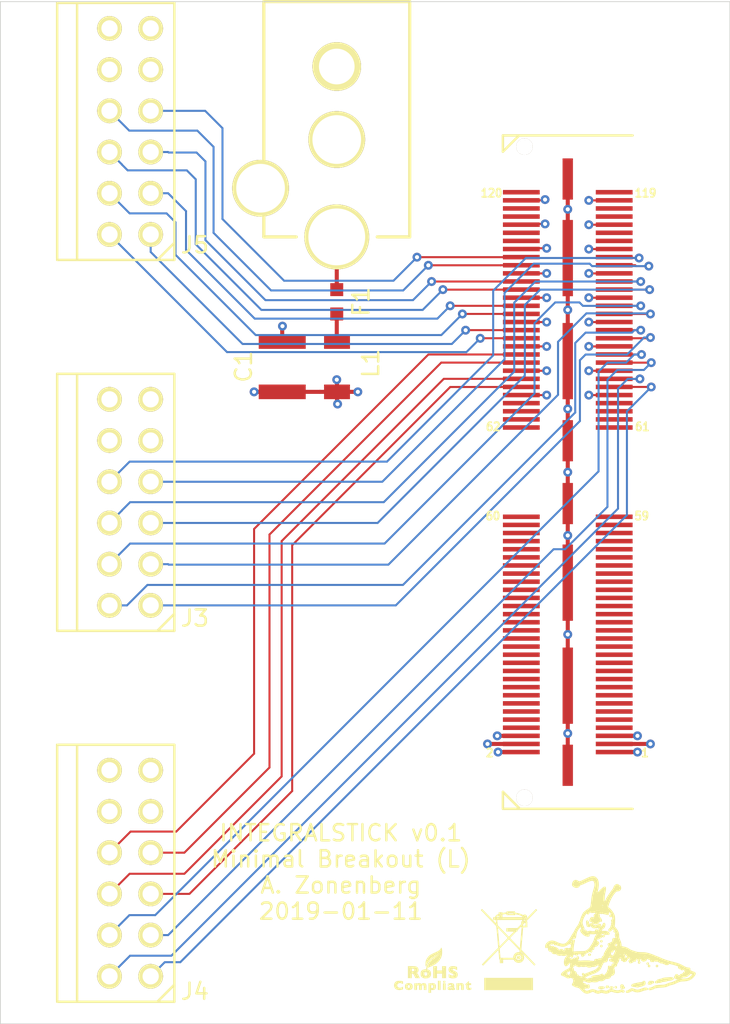
<source format=kicad_pcb>
(kicad_pcb (version 20171130) (host pcbnew "(6.0.0-rc1-dev-1427-g10887868d)")
  (layers (0 F.Cu signal) (1 In1.Cu signal) (2 In2.Cu signal) (31 B.Cu signal) (34 B.Paste user) (35 F.Paste user) (36 B.SilkS user) (37 F.SilkS user) (38 B.Mask user) (39 F.Mask user) (44 Edge.Cuts user))
  (net 0 "")
  (net 1 /5V0_UNFUSED)
  (net 2 /5V0_FUSED)
  (net 3 /GND)
  (net 4 /3V3)
  (net 5 /PMOD0_DQ6)
  (net 6 /PMOD0_DQ5)
  (net 7 /PMOD0_DQ4)
  (net 8 /PMOD0_DQ0)
  (net 9 /PMOD0_DQ1)
  (net 10 /PMOD0_DQ2)
  (net 11 /PMOD0_DQ7)
  (net 12 /PMOD0_DQ3)
  (net 13 /5V0)
  (net 14 /PMOD1_DQ6)
  (net 15 /PMOD1_DQ7)
  (net 16 /PMOD2_DQ0)
  (net 17 /PMOD2_DQ1)
  (net 18 /PMOD1_DQ4)
  (net 19 /PMOD1_DQ5)
  (net 20 /PMOD2_DQ4)
  (net 21 /PMOD2_DQ5)
  (net 22 /PMOD2_DQ2)
  (net 23 /PMOD2_DQ3)
  (net 24 /PMOD2_DQ6)
  (net 25 /PMOD2_DQ7)
  (net 26 /PMOD1_DQ0)
  (net 27 /PMOD1_DQ1)
  (net 28 /PMOD1_DQ2)
  (net 29 /PMOD1_DQ3)
  (module azonenberg_pcb:EIA_1210_CAP_NOSILK (layer F.Cu) (at 67.4 58.5 270)
    (fp_text reference C1 (at 0 2.4 270) (layer F.SilkS))
    (fp_text value "47 uF" hide)
    (pad 2 smd rect (at 1.55 0.01493 270) (size 0.9 2.9) (layers F.Cu F.Paste F.Mask) (net 13 /5V0))
    (pad 1 smd rect (at -1.55 0.01493 270) (size 0.9 2.9) (layers F.Cu F.Paste F.Mask) (net 3 /GND))
  )
  (module azonenberg_pcb:CONN_HEADER_2.54MM_2x6_RA_PMOD_HOST (layer F.Cu) (at 58 89.72 270)
    (fp_text reference J4 (at 7.28 -4) (layer F.SilkS))
    (fp_text value PMOD_HOST)
    (pad 4 thru_hole circle (at -1.27 -1.27 270) (size 1.524 1.524) (drill 1) (layers *.Cu *.Mask F.SilkS) (net 29 /PMOD1_DQ3))
    (pad 10 thru_hole circle (at -1.27 1.27 270) (size 1.524 1.524) (drill 1) (layers *.Cu *.Mask F.SilkS) (net 15 /PMOD1_DQ7))
    (pad 3 thru_hole circle (at 1.27 -1.27 270) (size 1.524 1.524) (drill 1) (layers *.Cu *.Mask F.SilkS) (net 28 /PMOD1_DQ2))
    (pad 2 thru_hole circle (at 3.81 -1.27 270) (size 1.524 1.524) (drill 1) (layers *.Cu *.Mask F.SilkS) (net 27 /PMOD1_DQ1))
    (pad 1 thru_hole circle (at 6.35 -1.27 270) (size 1.524 1.524) (drill 1) (layers *.Cu *.Mask F.SilkS) (net 26 /PMOD1_DQ0))
    (pad 7 thru_hole circle (at 6.35 1.27 270) (size 1.524 1.524) (drill 1) (layers *.Cu *.Mask F.SilkS) (net 18 /PMOD1_DQ4))
    (pad 8 thru_hole circle (at 3.81 1.27 270) (size 1.524 1.524) (drill 1) (layers *.Cu *.Mask F.SilkS) (net 19 /PMOD1_DQ5))
    (pad 9 thru_hole circle (at 1.27 1.27 270) (size 1.524 1.524) (drill 1) (layers *.Cu *.Mask F.SilkS) (net 14 /PMOD1_DQ6))
    (pad 12 thru_hole circle (at -6.35 1.27 270) (size 1.524 1.524) (drill 1) (layers *.Cu *.Mask F.SilkS) (net 4 /3V3))
    (pad 11 thru_hole circle (at -3.81 1.27 270) (size 1.524 1.524) (drill 1) (layers *.Cu *.Mask F.SilkS) (net 3 /GND))
    (pad 5 thru_hole circle (at -3.81 -1.27 270) (size 1.524 1.524) (drill 1) (layers *.Cu *.Mask F.SilkS) (net 3 /GND))
    (pad 6 thru_hole circle (at -6.35 -1.27 270) (size 1.524 1.524) (drill 1) (layers *.Cu *.Mask F.SilkS) (net 4 /3V3))
  )
  (module azonenberg_pcb:CONN_HEADER_2.54MM_2x6_RA_PMOD_HOST (layer F.Cu) (at 58 66.86 270)
    (fp_text reference J3 (at 7.14 -4) (layer F.SilkS))
    (fp_text value PMOD_HOST)
    (pad 4 thru_hole circle (at -1.27 -1.27 270) (size 1.524 1.524) (drill 1) (layers *.Cu *.Mask F.SilkS) (net 12 /PMOD0_DQ3))
    (pad 10 thru_hole circle (at -1.27 1.27 270) (size 1.524 1.524) (drill 1) (layers *.Cu *.Mask F.SilkS) (net 11 /PMOD0_DQ7))
    (pad 3 thru_hole circle (at 1.27 -1.27 270) (size 1.524 1.524) (drill 1) (layers *.Cu *.Mask F.SilkS) (net 10 /PMOD0_DQ2))
    (pad 2 thru_hole circle (at 3.81 -1.27 270) (size 1.524 1.524) (drill 1) (layers *.Cu *.Mask F.SilkS) (net 9 /PMOD0_DQ1))
    (pad 1 thru_hole circle (at 6.35 -1.27 270) (size 1.524 1.524) (drill 1) (layers *.Cu *.Mask F.SilkS) (net 8 /PMOD0_DQ0))
    (pad 7 thru_hole circle (at 6.35 1.27 270) (size 1.524 1.524) (drill 1) (layers *.Cu *.Mask F.SilkS) (net 7 /PMOD0_DQ4))
    (pad 8 thru_hole circle (at 3.81 1.27 270) (size 1.524 1.524) (drill 1) (layers *.Cu *.Mask F.SilkS) (net 6 /PMOD0_DQ5))
    (pad 9 thru_hole circle (at 1.27 1.27 270) (size 1.524 1.524) (drill 1) (layers *.Cu *.Mask F.SilkS) (net 5 /PMOD0_DQ6))
    (pad 12 thru_hole circle (at -6.35 1.27 270) (size 1.524 1.524) (drill 1) (layers *.Cu *.Mask F.SilkS) (net 4 /3V3))
    (pad 11 thru_hole circle (at -3.81 1.27 270) (size 1.524 1.524) (drill 1) (layers *.Cu *.Mask F.SilkS) (net 3 /GND))
    (pad 5 thru_hole circle (at -3.81 -1.27 270) (size 1.524 1.524) (drill 1) (layers *.Cu *.Mask F.SilkS) (net 3 /GND))
    (pad 6 thru_hole circle (at -6.35 -1.27 270) (size 1.524 1.524) (drill 1) (layers *.Cu *.Mask F.SilkS) (net 4 /3V3))
  )
  (module azonenberg_pcb:CONN_SAMTEC_QSH-060-01-L-D-A (layer F.Cu) (at 85 65 180)
    (fp_text reference J2 hide)
    (fp_text value CONN_INTEGRALSTICK_FPGA_HOST hide)
    (fp_text user 119 (at -4.8 17.2 180) (layer F.SilkS) (effects (font (size 0.508 0.457) (thickness 0.11425))))
    (fp_text user 120 (at 4.7 17.2 180) (layer F.SilkS) (effects (font (size 0.508 0.457) (thickness 0.11425))))
    (fp_text user 62 (at 4.6 2.8 180) (layer F.SilkS) (effects (font (size 0.508 0.457) (thickness 0.11425))))
    (fp_text user 61 (at -4.6 2.8 180) (layer F.SilkS) (effects (font (size 0.508 0.457) (thickness 0.11425))))
    (fp_text user 1 (at -4.765 -17.3 180) (layer F.SilkS) (effects (font (size 0.508 0.457) (thickness 0.11425))))
    (fp_text user 2 (at 4.815 -17.3 180) (layer F.SilkS) (effects (font (size 0.508 0.457) (thickness 0.11425))))
    (fp_text user 60 (at 4.615 -2.7 180) (layer F.SilkS) (effects (font (size 0.508 0.457) (thickness 0.11425))))
    (fp_text user 59 (at -4.565 -2.7 180) (layer F.SilkS) (effects (font (size 0.508 0.457) (thickness 0.11425))))
    (pad 65 smd rect (at -2.865 3.753 180) (size 2.27 0.279) (layers F.Cu F.Paste F.Mask))
    (pad 66 smd rect (at 2.865 3.753 180) (size 2.27 0.279) (layers F.Cu F.Paste F.Mask))
    (pad 73 smd rect (at -2.865 5.753 180) (size 2.27 0.279) (layers F.Cu F.Paste F.Mask) (net 18 /PMOD1_DQ4))
    (pad 74 smd rect (at 2.865 5.753 180) (size 2.27 0.279) (layers F.Cu F.Paste F.Mask) (net 14 /PMOD1_DQ6))
    (pad 67 smd rect (at -2.865 4.253 180) (size 2.27 0.279) (layers F.Cu F.Paste F.Mask))
    (pad 68 smd rect (at 2.865 4.253 180) (size 2.27 0.279) (layers F.Cu F.Paste F.Mask))
    (pad 69 smd rect (at -2.865 4.753 180) (size 2.27 0.279) (layers F.Cu F.Paste F.Mask) (net 4 /3V3))
    (pad 70 smd rect (at 2.865 4.753 180) (size 2.27 0.279) (layers F.Cu F.Paste F.Mask) (net 4 /3V3))
    (pad 120 smd rect (at 2.865 17.253 180) (size 2.27 0.279) (layers F.Cu F.Paste F.Mask))
    (pad 128 smd rect (at 0 18.068 180) (size 0.64 2.54) (layers F.Cu F.Paste F.Mask) (net 3 /GND))
    (pad 125 smd rect (at 0 1.938 180) (size 0.64 2.54) (layers F.Cu F.Paste F.Mask) (net 3 /GND))
    (pad 79 smd rect (at -2.865 7.253 180) (size 2.27 0.279) (layers F.Cu F.Paste F.Mask) (net 19 /PMOD1_DQ5))
    (pad 80 smd rect (at 2.865 7.253 180) (size 2.27 0.279) (layers F.Cu F.Paste F.Mask) (net 15 /PMOD1_DQ7))
    (pad 91 smd rect (at -2.865 10.253 180) (size 2.27 0.279) (layers F.Cu F.Paste F.Mask) (net 6 /PMOD0_DQ5))
    (pad 92 smd rect (at 2.865 10.253 180) (size 2.27 0.279) (layers F.Cu F.Paste F.Mask) (net 17 /PMOD2_DQ1))
    (pad 93 smd rect (at -2.865 10.753 180) (size 2.27 0.279) (layers F.Cu F.Paste F.Mask) (net 4 /3V3))
    (pad 94 smd rect (at 2.865 10.753 180) (size 2.27 0.279) (layers F.Cu F.Paste F.Mask) (net 4 /3V3))
    (pad 119 smd rect (at -2.865 17.253 180) (size 2.27 0.279) (layers F.Cu F.Paste F.Mask))
    (pad 127 smd rect (at 0 13.194 180) (size 0.64 4.7) (layers F.Cu F.Paste F.Mask) (net 3 /GND))
    (pad 126 smd rect (at 0 6.844 180) (size 0.64 4.7) (layers F.Cu F.Paste F.Mask) (net 3 /GND))
    (pad 95 smd rect (at -2.865 11.253 180) (size 2.27 0.279) (layers F.Cu F.Paste F.Mask) (net 10 /PMOD0_DQ2))
    (pad 96 smd rect (at 2.865 11.253 180) (size 2.27 0.279) (layers F.Cu F.Paste F.Mask) (net 24 /PMOD2_DQ6))
    (pad 63 smd rect (at -2.865 3.253 180) (size 2.27 0.279) (layers F.Cu F.Paste F.Mask))
    (pad 64 smd rect (at 2.865 3.253 180) (size 2.27 0.279) (layers F.Cu F.Paste F.Mask))
    (pad 71 smd rect (at -2.865 5.253 180) (size 2.27 0.279) (layers F.Cu F.Paste F.Mask) (net 26 /PMOD1_DQ0))
    (pad 72 smd rect (at 2.865 5.253 180) (size 2.27 0.279) (layers F.Cu F.Paste F.Mask) (net 28 /PMOD1_DQ2))
    (pad 62 smd rect (at 2.865 2.753 180) (size 2.27 0.279) (layers F.Cu F.Paste F.Mask))
    (pad 89 smd rect (at -2.865 9.753 180) (size 2.27 0.279) (layers F.Cu F.Paste F.Mask) (net 9 /PMOD0_DQ1))
    (pad 90 smd rect (at 2.865 9.753 180) (size 2.27 0.279) (layers F.Cu F.Paste F.Mask) (net 21 /PMOD2_DQ5))
    (pad 75 smd rect (at -2.865 6.253 180) (size 2.27 0.279) (layers F.Cu F.Paste F.Mask) (net 4 /3V3))
    (pad 76 smd rect (at 2.865 6.253 180) (size 2.27 0.279) (layers F.Cu F.Paste F.Mask) (net 4 /3V3))
    (pad 115 smd rect (at -2.865 16.253 180) (size 2.27 0.279) (layers F.Cu F.Paste F.Mask))
    (pad 116 smd rect (at 2.865 16.253 180) (size 2.27 0.279) (layers F.Cu F.Paste F.Mask))
    (pad 87 smd rect (at -2.865 9.253 180) (size 2.27 0.279) (layers F.Cu F.Paste F.Mask) (net 4 /3V3))
    (pad 88 smd rect (at 2.865 9.253 180) (size 2.27 0.279) (layers F.Cu F.Paste F.Mask) (net 4 /3V3))
    (pad 111 smd rect (at -2.865 15.253 180) (size 2.27 0.279) (layers F.Cu F.Paste F.Mask) (net 4 /3V3))
    (pad 112 smd rect (at 2.865 15.253 180) (size 2.27 0.279) (layers F.Cu F.Paste F.Mask) (net 4 /3V3))
    (pad 117 smd rect (at -2.865 16.753 180) (size 2.27 0.279) (layers F.Cu F.Paste F.Mask) (net 4 /3V3))
    (pad 118 smd rect (at 2.865 16.753 180) (size 2.27 0.279) (layers F.Cu F.Paste F.Mask) (net 4 /3V3))
    (pad 61 smd rect (at -2.865 2.753 180) (size 2.27 0.279) (layers F.Cu F.Paste F.Mask))
    (pad 109 smd rect (at -2.865 14.753 180) (size 2.27 0.279) (layers F.Cu F.Paste F.Mask))
    (pad 110 smd rect (at 2.865 14.753 180) (size 2.27 0.279) (layers F.Cu F.Paste F.Mask))
    (pad 107 smd rect (at -2.865 14.253 180) (size 2.27 0.279) (layers F.Cu F.Paste F.Mask))
    (pad 108 smd rect (at 2.865 14.253 180) (size 2.27 0.279) (layers F.Cu F.Paste F.Mask))
    (pad 101 smd rect (at -2.865 12.753 180) (size 2.27 0.279) (layers F.Cu F.Paste F.Mask) (net 12 /PMOD0_DQ3))
    (pad 102 smd rect (at 2.865 12.753 180) (size 2.27 0.279) (layers F.Cu F.Paste F.Mask) (net 25 /PMOD2_DQ7))
    (pad 97 smd rect (at -2.865 11.753 180) (size 2.27 0.279) (layers F.Cu F.Paste F.Mask) (net 5 /PMOD0_DQ6))
    (pad 98 smd rect (at 2.865 11.753 180) (size 2.27 0.279) (layers F.Cu F.Paste F.Mask) (net 22 /PMOD2_DQ2))
    (pad 77 smd rect (at -2.865 6.753 180) (size 2.27 0.279) (layers F.Cu F.Paste F.Mask) (net 27 /PMOD1_DQ1))
    (pad 78 smd rect (at 2.865 6.753 180) (size 2.27 0.279) (layers F.Cu F.Paste F.Mask) (net 29 /PMOD1_DQ3))
    (pad 103 smd rect (at -2.865 13.253 180) (size 2.27 0.279) (layers F.Cu F.Paste F.Mask) (net 11 /PMOD0_DQ7))
    (pad 104 smd rect (at 2.865 13.253 180) (size 2.27 0.279) (layers F.Cu F.Paste F.Mask) (net 23 /PMOD2_DQ3))
    (pad 83 smd rect (at -2.865 8.253 180) (size 2.27 0.279) (layers F.Cu F.Paste F.Mask) (net 8 /PMOD0_DQ0))
    (pad 84 smd rect (at 2.865 8.253 180) (size 2.27 0.279) (layers F.Cu F.Paste F.Mask) (net 20 /PMOD2_DQ4))
    (pad 81 smd rect (at -2.865 7.753 180) (size 2.27 0.279) (layers F.Cu F.Paste F.Mask) (net 4 /3V3))
    (pad 82 smd rect (at 2.865 7.753 180) (size 2.27 0.279) (layers F.Cu F.Paste F.Mask) (net 4 /3V3))
    (pad 105 smd rect (at -2.865 13.753 180) (size 2.27 0.279) (layers F.Cu F.Paste F.Mask) (net 4 /3V3))
    (pad 106 smd rect (at 2.865 13.753 180) (size 2.27 0.279) (layers F.Cu F.Paste F.Mask) (net 4 /3V3))
    (pad 85 smd rect (at -2.865 8.753 180) (size 2.27 0.279) (layers F.Cu F.Paste F.Mask) (net 7 /PMOD0_DQ4))
    (pad 86 smd rect (at 2.865 8.753 180) (size 2.27 0.279) (layers F.Cu F.Paste F.Mask) (net 16 /PMOD2_DQ0))
    (pad 99 smd rect (at -2.865 12.253 180) (size 2.27 0.279) (layers F.Cu F.Paste F.Mask) (net 4 /3V3))
    (pad 100 smd rect (at 2.865 12.253 180) (size 2.27 0.279) (layers F.Cu F.Paste F.Mask) (net 4 /3V3))
    (pad 113 smd rect (at -2.865 15.753 180) (size 2.27 0.279) (layers F.Cu F.Paste F.Mask))
    (pad 114 smd rect (at 2.865 15.753 180) (size 2.27 0.279) (layers F.Cu F.Paste F.Mask))
    (pad "" thru_hole circle (at 2.67 -20.065 180) (size 1.02 1.02) (drill 1.02) (layers *.Cu *.Mask F.SilkS))
    (pad 59 smd rect (at -2.865 -2.75 180) (size 2.27 0.279) (layers F.Cu F.Paste F.Mask))
    (pad 123 smd rect (at 0 -6.809 180) (size 0.64 4.7) (layers F.Cu F.Paste F.Mask) (net 3 /GND))
    (pad 122 smd rect (at 0 -13.159 180) (size 0.64 4.7) (layers F.Cu F.Paste F.Mask) (net 3 /GND))
    (pad 124 smd rect (at 0 -1.935 180) (size 0.64 2.54) (layers F.Cu F.Paste F.Mask) (net 3 /GND))
    (pad 121 smd rect (at 0 -18.065 180) (size 0.64 2.54) (layers F.Cu F.Paste F.Mask) (net 3 /GND))
    (pad "" thru_hole circle (at 2.67 20.065 180) (size 1.02 1.02) (drill 1.02) (layers *.Cu *.Mask F.SilkS))
    (pad 60 smd rect (at 2.865 -2.75 180) (size 2.27 0.279) (layers F.Cu F.Paste F.Mask))
    (pad 57 smd rect (at -2.865 -3.25 180) (size 2.27 0.279) (layers F.Cu F.Paste F.Mask))
    (pad 58 smd rect (at 2.865 -3.25 180) (size 2.27 0.279) (layers F.Cu F.Paste F.Mask))
    (pad 55 smd rect (at -2.865 -3.75 180) (size 2.27 0.279) (layers F.Cu F.Paste F.Mask))
    (pad 56 smd rect (at 2.865 -3.75 180) (size 2.27 0.279) (layers F.Cu F.Paste F.Mask))
    (pad 53 smd rect (at -2.865 -4.25 180) (size 2.27 0.279) (layers F.Cu F.Paste F.Mask))
    (pad 54 smd rect (at 2.865 -4.25 180) (size 2.27 0.279) (layers F.Cu F.Paste F.Mask))
    (pad 51 smd rect (at -2.865 -4.75 180) (size 2.27 0.279) (layers F.Cu F.Paste F.Mask))
    (pad 52 smd rect (at 2.865 -4.75 180) (size 2.27 0.279) (layers F.Cu F.Paste F.Mask))
    (pad 49 smd rect (at -2.865 -5.25 180) (size 2.27 0.279) (layers F.Cu F.Paste F.Mask))
    (pad 50 smd rect (at 2.865 -5.25 180) (size 2.27 0.279) (layers F.Cu F.Paste F.Mask))
    (pad 47 smd rect (at -2.865 -5.75 180) (size 2.27 0.279) (layers F.Cu F.Paste F.Mask))
    (pad 48 smd rect (at 2.865 -5.75 180) (size 2.27 0.279) (layers F.Cu F.Paste F.Mask))
    (pad 45 smd rect (at -2.865 -6.25 180) (size 2.27 0.279) (layers F.Cu F.Paste F.Mask))
    (pad 46 smd rect (at 2.865 -6.25 180) (size 2.27 0.279) (layers F.Cu F.Paste F.Mask))
    (pad 43 smd rect (at -2.865 -6.75 180) (size 2.27 0.279) (layers F.Cu F.Paste F.Mask))
    (pad 44 smd rect (at 2.865 -6.75 180) (size 2.27 0.279) (layers F.Cu F.Paste F.Mask))
    (pad 41 smd rect (at -2.865 -7.25 180) (size 2.27 0.279) (layers F.Cu F.Paste F.Mask))
    (pad 42 smd rect (at 2.865 -7.25 180) (size 2.27 0.279) (layers F.Cu F.Paste F.Mask))
    (pad 39 smd rect (at -2.865 -7.75 180) (size 2.27 0.279) (layers F.Cu F.Paste F.Mask))
    (pad 40 smd rect (at 2.865 -7.75 180) (size 2.27 0.279) (layers F.Cu F.Paste F.Mask))
    (pad 37 smd rect (at -2.865 -8.25 180) (size 2.27 0.279) (layers F.Cu F.Paste F.Mask))
    (pad 38 smd rect (at 2.865 -8.25 180) (size 2.27 0.279) (layers F.Cu F.Paste F.Mask))
    (pad 35 smd rect (at -2.865 -8.75 180) (size 2.27 0.279) (layers F.Cu F.Paste F.Mask))
    (pad 36 smd rect (at 2.865 -8.75 180) (size 2.27 0.279) (layers F.Cu F.Paste F.Mask))
    (pad 33 smd rect (at -2.865 -9.25 180) (size 2.27 0.279) (layers F.Cu F.Paste F.Mask))
    (pad 34 smd rect (at 2.865 -9.25 180) (size 2.27 0.279) (layers F.Cu F.Paste F.Mask))
    (pad 31 smd rect (at -2.865 -9.75 180) (size 2.27 0.279) (layers F.Cu F.Paste F.Mask))
    (pad 32 smd rect (at 2.865 -9.75 180) (size 2.27 0.279) (layers F.Cu F.Paste F.Mask))
    (pad 29 smd rect (at -2.865 -10.25 180) (size 2.27 0.279) (layers F.Cu F.Paste F.Mask))
    (pad 30 smd rect (at 2.865 -10.25 180) (size 2.27 0.279) (layers F.Cu F.Paste F.Mask))
    (pad 27 smd rect (at -2.865 -10.75 180) (size 2.27 0.279) (layers F.Cu F.Paste F.Mask))
    (pad 28 smd rect (at 2.865 -10.75 180) (size 2.27 0.279) (layers F.Cu F.Paste F.Mask))
    (pad 25 smd rect (at -2.865 -11.25 180) (size 2.27 0.279) (layers F.Cu F.Paste F.Mask))
    (pad 26 smd rect (at 2.865 -11.25 180) (size 2.27 0.279) (layers F.Cu F.Paste F.Mask))
    (pad 23 smd rect (at -2.865 -11.75 180) (size 2.27 0.279) (layers F.Cu F.Paste F.Mask))
    (pad 24 smd rect (at 2.865 -11.75 180) (size 2.27 0.279) (layers F.Cu F.Paste F.Mask))
    (pad 21 smd rect (at -2.865 -12.25 180) (size 2.27 0.279) (layers F.Cu F.Paste F.Mask))
    (pad 22 smd rect (at 2.865 -12.25 180) (size 2.27 0.279) (layers F.Cu F.Paste F.Mask))
    (pad 19 smd rect (at -2.865 -12.75 180) (size 2.27 0.279) (layers F.Cu F.Paste F.Mask))
    (pad 20 smd rect (at 2.865 -12.75 180) (size 2.27 0.279) (layers F.Cu F.Paste F.Mask))
    (pad 17 smd rect (at -2.865 -13.25 180) (size 2.27 0.279) (layers F.Cu F.Paste F.Mask))
    (pad 18 smd rect (at 2.865 -13.25 180) (size 2.27 0.279) (layers F.Cu F.Paste F.Mask))
    (pad 15 smd rect (at -2.865 -13.75 180) (size 2.27 0.279) (layers F.Cu F.Paste F.Mask))
    (pad 16 smd rect (at 2.865 -13.75 180) (size 2.27 0.279) (layers F.Cu F.Paste F.Mask))
    (pad 13 smd rect (at -2.865 -14.25 180) (size 2.27 0.279) (layers F.Cu F.Paste F.Mask))
    (pad 14 smd rect (at 2.865 -14.25 180) (size 2.27 0.279) (layers F.Cu F.Paste F.Mask))
    (pad 11 smd rect (at -2.865 -14.75 180) (size 2.27 0.279) (layers F.Cu F.Paste F.Mask))
    (pad 12 smd rect (at 2.865 -14.75 180) (size 2.27 0.279) (layers F.Cu F.Paste F.Mask))
    (pad 9 smd rect (at -2.865 -15.25 180) (size 2.27 0.279) (layers F.Cu F.Paste F.Mask))
    (pad 10 smd rect (at 2.865 -15.25 180) (size 2.27 0.279) (layers F.Cu F.Paste F.Mask))
    (pad 7 smd rect (at -2.865 -15.75 180) (size 2.27 0.279) (layers F.Cu F.Paste F.Mask))
    (pad 8 smd rect (at 2.865 -15.75 180) (size 2.27 0.279) (layers F.Cu F.Paste F.Mask))
    (pad 5 smd rect (at -2.865 -16.25 180) (size 2.27 0.279) (layers F.Cu F.Paste F.Mask) (net 13 /5V0))
    (pad 6 smd rect (at 2.865 -16.25 180) (size 2.27 0.279) (layers F.Cu F.Paste F.Mask) (net 13 /5V0))
    (pad 3 smd rect (at -2.865 -16.75 180) (size 2.27 0.279) (layers F.Cu F.Paste F.Mask) (net 13 /5V0))
    (pad 4 smd rect (at 2.865 -16.75 180) (size 2.27 0.279) (layers F.Cu F.Paste F.Mask) (net 13 /5V0))
    (pad 1 smd rect (at -2.865 -17.25 180) (size 2.27 0.279) (layers F.Cu F.Paste F.Mask) (net 13 /5V0))
    (pad 2 smd rect (at 2.865 -17.25 180) (size 2.27 0.279) (layers F.Cu F.Paste F.Mask) (net 13 /5V0))
  )
  (module azonenberg_pcb:EIA_1206_CAP_NOSILK (layer F.Cu) (at 70.75 58.5 90)
    (fp_text reference L1 (at 0.2 2.1 90) (layer F.SilkS))
    (fp_text value BLM31KN271SH1L hide)
    (pad 2 smd rect (at 1.55 0.01493 90) (size 0.9 1.6) (layers F.Cu F.Paste F.Mask) (net 2 /5V0_FUSED))
    (pad 1 smd rect (at -1.55 0.01493 90) (size 0.9 1.6) (layers F.Cu F.Paste F.Mask) (net 13 /5V0))
  )
  (module azonenberg_pcb:CONN_HEADER_2.54MM_2x6_RA_PMOD_HOST (layer F.Cu) (at 58 44 270)
    (fp_text reference J5 (at 7 -4) (layer F.SilkS))
    (fp_text value PMOD_HOST)
    (pad 6 thru_hole circle (at -6.35 -1.27 270) (size 1.524 1.524) (drill 1) (layers *.Cu *.Mask F.SilkS) (net 4 /3V3))
    (pad 5 thru_hole circle (at -3.81 -1.27 270) (size 1.524 1.524) (drill 1) (layers *.Cu *.Mask F.SilkS) (net 3 /GND))
    (pad 11 thru_hole circle (at -3.81 1.27 270) (size 1.524 1.524) (drill 1) (layers *.Cu *.Mask F.SilkS) (net 3 /GND))
    (pad 12 thru_hole circle (at -6.35 1.27 270) (size 1.524 1.524) (drill 1) (layers *.Cu *.Mask F.SilkS) (net 4 /3V3))
    (pad 9 thru_hole circle (at 1.27 1.27 270) (size 1.524 1.524) (drill 1) (layers *.Cu *.Mask F.SilkS) (net 24 /PMOD2_DQ6))
    (pad 8 thru_hole circle (at 3.81 1.27 270) (size 1.524 1.524) (drill 1) (layers *.Cu *.Mask F.SilkS) (net 21 /PMOD2_DQ5))
    (pad 7 thru_hole circle (at 6.35 1.27 270) (size 1.524 1.524) (drill 1) (layers *.Cu *.Mask F.SilkS) (net 20 /PMOD2_DQ4))
    (pad 1 thru_hole circle (at 6.35 -1.27 270) (size 1.524 1.524) (drill 1) (layers *.Cu *.Mask F.SilkS) (net 16 /PMOD2_DQ0))
    (pad 2 thru_hole circle (at 3.81 -1.27 270) (size 1.524 1.524) (drill 1) (layers *.Cu *.Mask F.SilkS) (net 17 /PMOD2_DQ1))
    (pad 3 thru_hole circle (at 1.27 -1.27 270) (size 1.524 1.524) (drill 1) (layers *.Cu *.Mask F.SilkS) (net 22 /PMOD2_DQ2))
    (pad 10 thru_hole circle (at -1.27 1.27 270) (size 1.524 1.524) (drill 1) (layers *.Cu *.Mask F.SilkS) (net 25 /PMOD2_DQ7))
    (pad 4 thru_hole circle (at -1.27 -1.27 270) (size 1.524 1.524) (drill 1) (layers *.Cu *.Mask F.SilkS) (net 23 /PMOD2_DQ3))
  )
  (module azonenberg_pcb:CONN_CUI_PJ-058BH_HIPWR_BARREL_NOSLOT (layer F.Cu) (at 70.75 44 270)
    (fp_text reference J1 hide)
    (fp_text value BARREL hide)
    (pad 3 thru_hole circle (at 3.5 4.7 270) (size 3.5 3.5) (drill 3) (layers *.Cu *.Mask F.SilkS) (net 3 /GND))
    (pad 1 thru_hole circle (at 6.5 0 270) (size 4 4) (drill 3.5) (layers *.Cu *.Mask F.SilkS) (net 1 /5V0_UNFUSED))
    (pad 2 thru_hole circle (at 0.5 0 270) (size 3.5 3.5) (drill 3) (layers *.Cu *.Mask F.SilkS) (net 3 /GND))
    (pad "" thru_hole circle (at -4 0 270) (size 3 3) (drill 2.2) (layers *.Cu *.Mask F.SilkS))
  )
  (module azonenberg_pcb:EIA_0603_CAP_NOSILK (layer F.Cu) (at 70.75 54.5 90)
    (fp_text reference F1 (at 0 1.5 90) (layer F.SilkS))
    (fp_text value 2A hide)
    (pad 2 smd rect (at 0.75 0 90) (size 0.8 0.8) (layers F.Cu F.Paste F.Mask) (net 1 /5V0_UNFUSED))
    (pad 1 smd rect (at -0.75 0 90) (size 0.8 0.8) (layers F.Cu F.Paste F.Mask) (net 2 /5V0_FUSED))
  )
  (module azonenberg_pcb:LONGTHING-1200DPI (layer F.Cu) (at 88.8 93.9)
    (fp_text reference G*** hide)
    (fp_text value LOGO hide)
  )
  (module w_logo:Logo_silk_WEEE_3.4x5mm (layer F.Cu) (at 81.35 94.45)
    (fp_text reference G*** hide)
    (fp_text value LOGO hide)
  )
  (module w_logo:Logo_silk_ROHS_5x2.8mm (layer F.Cu) (at 76.7 95.7)
    (fp_text reference G*** hide)
    (fp_text value LOGO hide)
  )
  (gr_text "INTEGRALSTICK v0.1\nMinimal Breakout (L)\nA. Zonenberg\n2019-01-11" (at 71 89.65) (layer F.SilkS) (effects (font (size 1 1))))
  (gr_line (start 95 99) (end 95 36) (layer Edge.Cuts) (width 0.05))
  (gr_line (start 50 99) (end 95 99) (layer Edge.Cuts) (width 0.05))
  (gr_line (start 50 36) (end 50 99) (layer Edge.Cuts) (width 0.05))
  (gr_line (start 95 36) (end 50 36) (layer Edge.Cuts) (width 0.05))
  (segment (start 70.75 53.328427) (end 70.75 53.75) (width 0.25) (layer F.Cu) (net 1))
  (segment (start 70.75 50.5) (end 70.75 53.328427) (width 0.25) (layer F.Cu) (net 1))
  (segment (start 70.75 56.93507) (end 70.76493 56.95) (width 0.25) (layer F.Cu) (net 2))
  (segment (start 70.75 55.25) (end 70.75 56.93507) (width 0.25) (layer F.Cu) (net 2))
  (via (at 67.4 56) (size 0.55) (drill 0.254) (layers F.Cu B.Cu) (net 3))
  (segment (start 67.38507 56.01493) (end 67.4 56) (width 0.25) (layer F.Cu) (net 3))
  (segment (start 67.38507 56.95) (end 67.38507 56.01493) (width 0.25) (layer F.Cu) (net 3))
  (via (at 85 48.8) (size 0.55) (drill 0.254) (layers F.Cu B.Cu) (net 3))
  (segment (start 85 46.932) (end 85 48.8) (width 0.25) (layer F.Cu) (net 3))
  (segment (start 85 48.8) (end 85 51.806) (width 0.25) (layer F.Cu) (net 3))
  (via (at 85 55) (size 0.55) (drill 0.254) (layers F.Cu B.Cu) (net 3))
  (segment (start 85 55) (end 85 51.806) (width 0.25) (layer F.Cu) (net 3))
  (segment (start 85 55) (end 85 58.156) (width 0.25) (layer F.Cu) (net 3))
  (via (at 85 61.1) (size 0.55) (drill 0.254) (layers F.Cu B.Cu) (net 3))
  (segment (start 85 61.1) (end 85 63.062) (width 0.25) (layer F.Cu) (net 3))
  (segment (start 85 60.711092) (end 85 58.156) (width 0.25) (layer F.Cu) (net 3))
  (segment (start 85 61.1) (end 85 60.711092) (width 0.25) (layer F.Cu) (net 3))
  (via (at 85 65) (size 0.55) (drill 0.254) (layers F.Cu B.Cu) (net 3))
  (segment (start 85 65) (end 85 63.062) (width 0.25) (layer F.Cu) (net 3))
  (segment (start 85 65) (end 85 66.935) (width 0.25) (layer F.Cu) (net 3))
  (via (at 85 68.9) (size 0.55) (drill 0.254) (layers F.Cu B.Cu) (net 3))
  (segment (start 85 68.9) (end 85 66.935) (width 0.25) (layer F.Cu) (net 3))
  (segment (start 85 68.9) (end 85 71.809) (width 0.25) (layer F.Cu) (net 3))
  (via (at 85 75) (size 0.55) (drill 0.254) (layers F.Cu B.Cu) (net 3))
  (segment (start 85 75) (end 85 71.809) (width 0.25) (layer F.Cu) (net 3))
  (segment (start 85 75) (end 85 78.159) (width 0.25) (layer F.Cu) (net 3))
  (via (at 85 81.1) (size 0.55) (drill 0.254) (layers F.Cu B.Cu) (net 3))
  (segment (start 85 81.1) (end 85 78.159) (width 0.25) (layer F.Cu) (net 3))
  (segment (start 85 81.1) (end 85 83.065) (width 0.25) (layer F.Cu) (net 3))
  (via (at 83.6 48.2) (size 0.55) (drill 0.254) (layers F.Cu B.Cu) (net 4))
  (segment (start 83.553 48.247) (end 83.6 48.2) (width 0.125) (layer F.Cu) (net 4))
  (segment (start 82.135 48.247) (end 83.553 48.247) (width 0.125) (layer F.Cu) (net 4))
  (via (at 83.6 49.7) (size 0.55) (drill 0.254) (layers F.Cu B.Cu) (net 4))
  (segment (start 82.182 49.7) (end 82.135 49.747) (width 0.125) (layer F.Cu) (net 4))
  (segment (start 83.6 49.7) (end 82.182 49.7) (width 0.125) (layer F.Cu) (net 4))
  (via (at 83.7 51.2) (size 0.55) (drill 0.254) (layers F.Cu B.Cu) (net 4))
  (segment (start 82.182 51.2) (end 82.135 51.247) (width 0.125) (layer F.Cu) (net 4))
  (segment (start 83.7 51.2) (end 82.182 51.2) (width 0.125) (layer F.Cu) (net 4))
  (via (at 83.7 52.75) (size 0.55) (drill 0.254) (layers F.Cu B.Cu) (net 4))
  (segment (start 82.138 52.75) (end 82.135 52.747) (width 0.125) (layer F.Cu) (net 4))
  (segment (start 83.7 52.75) (end 82.138 52.75) (width 0.125) (layer F.Cu) (net 4))
  (via (at 83.7 54.25) (size 0.55) (drill 0.254) (layers F.Cu B.Cu) (net 4))
  (segment (start 82.138 54.25) (end 82.135 54.247) (width 0.125) (layer F.Cu) (net 4))
  (segment (start 83.7 54.25) (end 82.138 54.25) (width 0.125) (layer F.Cu) (net 4))
  (via (at 83.7 55.75) (size 0.55) (drill 0.254) (layers F.Cu B.Cu) (net 4))
  (segment (start 82.138 55.75) (end 82.135 55.747) (width 0.125) (layer F.Cu) (net 4))
  (segment (start 83.7 55.75) (end 82.138 55.75) (width 0.125) (layer F.Cu) (net 4))
  (via (at 83.7 57.25) (size 0.55) (drill 0.254) (layers F.Cu B.Cu) (net 4))
  (segment (start 82.138 57.25) (end 82.135 57.247) (width 0.125) (layer F.Cu) (net 4))
  (segment (start 83.7 57.25) (end 82.138 57.25) (width 0.125) (layer F.Cu) (net 4))
  (via (at 83.7 58.75) (size 0.55) (drill 0.254) (layers F.Cu B.Cu) (net 4))
  (segment (start 82.138 58.75) (end 82.135 58.747) (width 0.125) (layer F.Cu) (net 4))
  (segment (start 83.7 58.75) (end 82.138 58.75) (width 0.125) (layer F.Cu) (net 4))
  (via (at 83.7 60.25) (size 0.55) (drill 0.254) (layers F.Cu B.Cu) (net 4))
  (segment (start 82.138 60.25) (end 82.135 60.247) (width 0.125) (layer F.Cu) (net 4))
  (segment (start 83.7 60.25) (end 82.138 60.25) (width 0.125) (layer F.Cu) (net 4))
  (via (at 86.3 60.25) (size 0.55) (drill 0.254) (layers F.Cu B.Cu) (net 4))
  (segment (start 87.862 60.25) (end 87.865 60.247) (width 0.125) (layer F.Cu) (net 4))
  (segment (start 86.3 60.25) (end 87.862 60.25) (width 0.125) (layer F.Cu) (net 4))
  (via (at 86.3 58.75) (size 0.55) (drill 0.254) (layers F.Cu B.Cu) (net 4))
  (segment (start 87.862 58.75) (end 87.865 58.747) (width 0.125) (layer F.Cu) (net 4))
  (segment (start 86.3 58.75) (end 87.862 58.75) (width 0.125) (layer F.Cu) (net 4))
  (via (at 86.3 57.25) (size 0.55) (drill 0.254) (layers F.Cu B.Cu) (net 4))
  (segment (start 87.862 57.25) (end 87.865 57.247) (width 0.125) (layer F.Cu) (net 4))
  (segment (start 86.3 57.25) (end 87.862 57.25) (width 0.125) (layer F.Cu) (net 4))
  (via (at 86.3 55.75) (size 0.55) (drill 0.254) (layers F.Cu B.Cu) (net 4))
  (segment (start 87.862 55.75) (end 87.865 55.747) (width 0.125) (layer F.Cu) (net 4))
  (segment (start 86.3 55.75) (end 87.862 55.75) (width 0.125) (layer F.Cu) (net 4))
  (via (at 86.3 54.25) (size 0.55) (drill 0.254) (layers F.Cu B.Cu) (net 4))
  (segment (start 87.862 54.25) (end 87.865 54.247) (width 0.125) (layer F.Cu) (net 4))
  (segment (start 86.3 54.25) (end 87.862 54.25) (width 0.125) (layer F.Cu) (net 4))
  (via (at 86.3 52.75) (size 0.55) (drill 0.254) (layers F.Cu B.Cu) (net 4))
  (segment (start 87.862 52.75) (end 87.865 52.747) (width 0.125) (layer F.Cu) (net 4))
  (segment (start 86.3 52.75) (end 87.862 52.75) (width 0.125) (layer F.Cu) (net 4))
  (via (at 86.3 51.25) (size 0.55) (drill 0.254) (layers F.Cu B.Cu) (net 4))
  (segment (start 87.862 51.25) (end 87.865 51.247) (width 0.125) (layer F.Cu) (net 4))
  (segment (start 86.3 51.25) (end 87.862 51.25) (width 0.125) (layer F.Cu) (net 4))
  (via (at 86.3 49.75) (size 0.55) (drill 0.254) (layers F.Cu B.Cu) (net 4))
  (segment (start 87.862 49.75) (end 87.865 49.747) (width 0.125) (layer F.Cu) (net 4))
  (segment (start 86.3 49.75) (end 87.862 49.75) (width 0.125) (layer F.Cu) (net 4))
  (via (at 86.3 48.25) (size 0.55) (drill 0.254) (layers F.Cu B.Cu) (net 4))
  (segment (start 87.862 48.25) (end 87.865 48.247) (width 0.125) (layer F.Cu) (net 4))
  (segment (start 86.3 48.25) (end 87.862 48.25) (width 0.125) (layer F.Cu) (net 4))
  (segment (start 57.491999 67.368001) (end 57.491999 67.358001) (width 0.125) (layer B.Cu) (net 5))
  (segment (start 56.73 68.13) (end 57.491999 67.368001) (width 0.125) (layer B.Cu) (net 5))
  (segment (start 57.491999 67.358001) (end 58 66.85) (width 0.125) (layer B.Cu) (net 5))
  (segment (start 58 66.85) (end 73.65 66.85) (width 0.125) (layer B.Cu) (net 5))
  (segment (start 73.65 66.85) (end 81.7 58.8) (width 0.125) (layer B.Cu) (net 5))
  (segment (start 81.7 58.8) (end 81.7 54.55) (width 0.125) (layer B.Cu) (net 5))
  (segment (start 81.7 54.55) (end 83 53.25) (width 0.125) (layer B.Cu) (net 5))
  (via (at 89.5 53.25) (size 0.55) (drill 0.254) (layers F.Cu B.Cu) (net 5))
  (segment (start 83 53.25) (end 89.5 53.25) (width 0.125) (layer B.Cu) (net 5))
  (segment (start 87.868 53.25) (end 87.865 53.247) (width 0.125) (layer F.Cu) (net 5))
  (segment (start 89.5 53.25) (end 87.868 53.25) (width 0.125) (layer F.Cu) (net 5))
  (via (at 89.5 54.75) (size 0.55) (drill 0.254) (layers F.Cu B.Cu) (net 6))
  (segment (start 87.868 54.75) (end 87.865 54.747) (width 0.125) (layer F.Cu) (net 6))
  (segment (start 89.5 54.75) (end 87.868 54.75) (width 0.125) (layer F.Cu) (net 6))
  (segment (start 85.722001 54.537499) (end 85.934502 54.75) (width 0.125) (layer B.Cu) (net 6))
  (segment (start 84.227999 54.537499) (end 85.722001 54.537499) (width 0.125) (layer B.Cu) (net 6))
  (segment (start 85.934502 54.75) (end 89.5 54.75) (width 0.125) (layer B.Cu) (net 6))
  (segment (start 82.95 55.815498) (end 84.227999 54.537499) (width 0.125) (layer B.Cu) (net 6))
  (segment (start 56.73 70.67) (end 58 69.4) (width 0.125) (layer B.Cu) (net 6))
  (segment (start 58 69.4) (end 73.7 69.4) (width 0.125) (layer B.Cu) (net 6))
  (segment (start 73.7 69.4) (end 82.95 60.15) (width 0.125) (layer B.Cu) (net 6))
  (segment (start 82.95 60.15) (end 82.95 55.815498) (width 0.125) (layer B.Cu) (net 6))
  (via (at 89.5 56.25) (size 0.55) (drill 0.254) (layers F.Cu B.Cu) (net 7))
  (segment (start 87.868 56.25) (end 87.865 56.247) (width 0.125) (layer F.Cu) (net 7))
  (segment (start 89.5 56.25) (end 87.868 56.25) (width 0.125) (layer F.Cu) (net 7))
  (segment (start 57.80763 73.21) (end 56.73 73.21) (width 0.125) (layer B.Cu) (net 7))
  (segment (start 59.06763 71.95) (end 57.80763 73.21) (width 0.125) (layer B.Cu) (net 7))
  (segment (start 74.834502 71.95) (end 59.06763 71.95) (width 0.125) (layer B.Cu) (net 7))
  (segment (start 85.462501 61.322001) (end 74.834502 71.95) (width 0.125) (layer B.Cu) (net 7))
  (segment (start 86.1 56.4) (end 85.462501 57.037499) (width 0.125) (layer B.Cu) (net 7))
  (segment (start 88.961092 56.4) (end 86.1 56.4) (width 0.125) (layer B.Cu) (net 7))
  (segment (start 89.111092 56.25) (end 88.961092 56.4) (width 0.125) (layer B.Cu) (net 7))
  (segment (start 85.462501 57.037499) (end 85.462501 61.322001) (width 0.125) (layer B.Cu) (net 7))
  (segment (start 89.5 56.25) (end 89.111092 56.25) (width 0.125) (layer B.Cu) (net 7))
  (via (at 90.1 56.7) (size 0.55) (drill 0.254) (layers F.Cu B.Cu) (net 8))
  (segment (start 90.053 56.747) (end 90.1 56.7) (width 0.125) (layer F.Cu) (net 8))
  (segment (start 87.865 56.747) (end 90.053 56.747) (width 0.125) (layer F.Cu) (net 8))
  (segment (start 85.75 61.85) (end 74.39 73.21) (width 0.125) (layer B.Cu) (net 8))
  (segment (start 85.75 58.1) (end 85.75 61.85) (width 0.125) (layer B.Cu) (net 8))
  (segment (start 90.1 56.7) (end 89.711092 56.7) (width 0.125) (layer B.Cu) (net 8))
  (segment (start 89.711092 56.7) (end 88.661092 57.75) (width 0.125) (layer B.Cu) (net 8))
  (segment (start 74.39 73.21) (end 59.27 73.21) (width 0.125) (layer B.Cu) (net 8))
  (segment (start 88.661092 57.75) (end 86.1 57.75) (width 0.125) (layer B.Cu) (net 8))
  (segment (start 86.1 57.75) (end 85.75 58.1) (width 0.125) (layer B.Cu) (net 8))
  (via (at 90.1 55.25) (size 0.55) (drill 0.254) (layers F.Cu B.Cu) (net 9))
  (segment (start 87.868 55.25) (end 87.865 55.247) (width 0.125) (layer F.Cu) (net 9))
  (segment (start 90.1 55.25) (end 87.868 55.25) (width 0.125) (layer F.Cu) (net 9))
  (segment (start 84.4 56.965498) (end 86.152997 55.212501) (width 0.125) (layer B.Cu) (net 9))
  (segment (start 84.4 60.234502) (end 84.4 56.965498) (width 0.125) (layer B.Cu) (net 9))
  (segment (start 73.934502 70.7) (end 84.4 60.234502) (width 0.125) (layer B.Cu) (net 9))
  (segment (start 60.37763 70.7) (end 73.934502 70.7) (width 0.125) (layer B.Cu) (net 9))
  (segment (start 86.152997 55.212501) (end 90.062501 55.212501) (width 0.125) (layer B.Cu) (net 9))
  (segment (start 60.34763 70.67) (end 60.37763 70.7) (width 0.125) (layer B.Cu) (net 9))
  (segment (start 90.062501 55.212501) (end 90.1 55.25) (width 0.125) (layer B.Cu) (net 9))
  (segment (start 59.27 70.67) (end 60.34763 70.67) (width 0.125) (layer B.Cu) (net 9))
  (via (at 90.05 53.75) (size 0.55) (drill 0.254) (layers F.Cu B.Cu) (net 10))
  (segment (start 90.047 53.747) (end 90.05 53.75) (width 0.125) (layer F.Cu) (net 10))
  (segment (start 87.865 53.747) (end 90.047 53.747) (width 0.125) (layer F.Cu) (net 10))
  (segment (start 90.05 53.75) (end 83.3 53.75) (width 0.125) (layer B.Cu) (net 10))
  (segment (start 83.3 53.75) (end 82.35 54.7) (width 0.125) (layer B.Cu) (net 10))
  (segment (start 82.35 54.7) (end 82.35 59.05) (width 0.125) (layer B.Cu) (net 10))
  (segment (start 73.27 68.13) (end 59.27 68.13) (width 0.125) (layer B.Cu) (net 10))
  (segment (start 82.35 59.05) (end 73.27 68.13) (width 0.125) (layer B.Cu) (net 10))
  (segment (start 56.73 65.59) (end 57.97 64.35) (width 0.125) (layer B.Cu) (net 11))
  (segment (start 57.97 64.35) (end 73.85 64.35) (width 0.125) (layer B.Cu) (net 11))
  (segment (start 73.85 64.35) (end 80.4 57.8) (width 0.125) (layer B.Cu) (net 11))
  (segment (start 80.4 53.815498) (end 82.415498 51.8) (width 0.125) (layer B.Cu) (net 11))
  (segment (start 80.4 57.8) (end 80.4 53.815498) (width 0.125) (layer B.Cu) (net 11))
  (via (at 89.4 51.8) (size 0.55) (drill 0.254) (layers F.Cu B.Cu) (net 11))
  (segment (start 82.415498 51.8) (end 89.4 51.8) (width 0.125) (layer B.Cu) (net 11))
  (segment (start 88.958092 51.747) (end 87.865 51.747) (width 0.125) (layer F.Cu) (net 11))
  (segment (start 89.011092 51.8) (end 88.958092 51.747) (width 0.125) (layer F.Cu) (net 11))
  (segment (start 89.4 51.8) (end 89.011092 51.8) (width 0.125) (layer F.Cu) (net 11))
  (via (at 90 52.3) (size 0.55) (drill 0.254) (layers F.Cu B.Cu) (net 12))
  (segment (start 89.162498 52.247) (end 89.215498 52.3) (width 0.125) (layer F.Cu) (net 12))
  (segment (start 89.215498 52.3) (end 90 52.3) (width 0.125) (layer F.Cu) (net 12))
  (segment (start 87.865 52.247) (end 89.162498 52.247) (width 0.125) (layer F.Cu) (net 12))
  (segment (start 86.5 52.3) (end 86.35 52.15) (width 0.125) (layer B.Cu) (net 12))
  (segment (start 90 52.3) (end 86.5 52.3) (width 0.125) (layer B.Cu) (net 12))
  (segment (start 86.35 52.15) (end 82.9 52.15) (width 0.125) (layer B.Cu) (net 12))
  (segment (start 82.9 52.15) (end 81.1 53.95) (width 0.125) (layer B.Cu) (net 12))
  (segment (start 81.1 53.95) (end 81.1 58.05) (width 0.125) (layer B.Cu) (net 12))
  (segment (start 73.56 65.59) (end 59.27 65.59) (width 0.125) (layer B.Cu) (net 12))
  (segment (start 81.1 58.05) (end 73.56 65.59) (width 0.125) (layer B.Cu) (net 12))
  (segment (start 69.71493 60.05) (end 67.38507 60.05) (width 0.25) (layer F.Cu) (net 13))
  (segment (start 70.76493 60.05) (end 69.71493 60.05) (width 0.25) (layer F.Cu) (net 13))
  (via (at 80.65 81.25) (size 0.55) (drill 0.254) (layers F.Cu B.Cu) (net 13))
  (segment (start 82.135 81.25) (end 80.65 81.25) (width 0.25) (layer F.Cu) (net 13))
  (via (at 80.05 81.75) (size 0.55) (drill 0.254) (layers F.Cu B.Cu) (net 13))
  (segment (start 82.135 81.75) (end 80.05 81.75) (width 0.25) (layer F.Cu) (net 13))
  (via (at 80.7 82.25) (size 0.55) (drill 0.254) (layers F.Cu B.Cu) (net 13))
  (segment (start 82.135 82.25) (end 80.7 82.25) (width 0.25) (layer F.Cu) (net 13))
  (via (at 89.3 82.25) (size 0.55) (drill 0.254) (layers F.Cu B.Cu) (net 13))
  (segment (start 89.3 82.25) (end 87.865 82.25) (width 0.25) (layer F.Cu) (net 13))
  (via (at 89.3 81.25) (size 0.55) (drill 0.254) (layers F.Cu B.Cu) (net 13))
  (segment (start 87.865 81.25) (end 89.3 81.25) (width 0.25) (layer F.Cu) (net 13))
  (via (at 90.1 81.75) (size 0.55) (drill 0.254) (layers F.Cu B.Cu) (net 13))
  (segment (start 87.865 81.75) (end 90.1 81.75) (width 0.25) (layer F.Cu) (net 13))
  (via (at 72.05 60.05) (size 0.55) (drill 0.254) (layers F.Cu B.Cu) (net 13))
  (segment (start 72.05 60.05) (end 70.76493 60.05) (width 0.25) (layer F.Cu) (net 13))
  (via (at 70.8 60.8) (size 0.55) (drill 0.254) (layers F.Cu B.Cu) (net 13))
  (segment (start 70.76493 60.76493) (end 70.8 60.8) (width 0.25) (layer F.Cu) (net 13))
  (segment (start 70.76493 60.05) (end 70.76493 60.76493) (width 0.25) (layer F.Cu) (net 13))
  (via (at 70.75 59.3) (size 0.55) (drill 0.254) (layers F.Cu B.Cu) (net 13))
  (segment (start 70.76493 59.31493) (end 70.75 59.3) (width 0.25) (layer F.Cu) (net 13))
  (segment (start 70.76493 60.05) (end 70.76493 59.31493) (width 0.25) (layer F.Cu) (net 13))
  (via (at 65.65 60.05) (size 0.55) (drill 0.254) (layers F.Cu B.Cu) (net 13))
  (segment (start 67.38507 60.05) (end 65.65 60.05) (width 0.25) (layer F.Cu) (net 13))
  (segment (start 61.35 89.75) (end 57.97 89.75) (width 0.125) (layer F.Cu) (net 14))
  (segment (start 57.97 89.75) (end 56.73 90.99) (width 0.125) (layer F.Cu) (net 14))
  (segment (start 82.135 59.247) (end 77.353 59.247) (width 0.125) (layer F.Cu) (net 14))
  (segment (start 77.353 59.247) (end 67.35 69.25) (width 0.125) (layer F.Cu) (net 14))
  (segment (start 67.35 69.25) (end 67.35 83.75) (width 0.125) (layer F.Cu) (net 14))
  (segment (start 67.35 83.75) (end 61.35 89.75) (width 0.125) (layer F.Cu) (net 14))
  (segment (start 76.403 57.747) (end 82.135 57.747) (width 0.125) (layer F.Cu) (net 15))
  (segment (start 65.65 68.5) (end 76.403 57.747) (width 0.125) (layer F.Cu) (net 15))
  (segment (start 65.65 82.35) (end 65.65 68.5) (width 0.125) (layer F.Cu) (net 15))
  (segment (start 60.85 87.15) (end 65.65 82.35) (width 0.125) (layer F.Cu) (net 15))
  (segment (start 58.03 87.15) (end 60.85 87.15) (width 0.125) (layer F.Cu) (net 15))
  (segment (start 56.73 88.45) (end 58.03 87.15) (width 0.125) (layer F.Cu) (net 15))
  (via (at 78.7 56.25) (size 0.55) (drill 0.254) (layers F.Cu B.Cu) (net 16))
  (segment (start 78.703 56.247) (end 78.7 56.25) (width 0.125) (layer F.Cu) (net 16))
  (segment (start 82.135 56.247) (end 78.703 56.247) (width 0.125) (layer F.Cu) (net 16))
  (segment (start 64.94237 57.1) (end 77.85 57.1) (width 0.125) (layer B.Cu) (net 16))
  (segment (start 77.85 57.1) (end 78.7 56.25) (width 0.125) (layer B.Cu) (net 16))
  (segment (start 59.27 51.42763) (end 64.94237 57.1) (width 0.125) (layer B.Cu) (net 16))
  (segment (start 59.27 50.35) (end 59.27 51.42763) (width 0.125) (layer B.Cu) (net 16))
  (segment (start 82.135 54.747) (end 77.747 54.747) (width 0.125) (layer F.Cu) (net 17))
  (via (at 77.747 54.747) (size 0.55) (drill 0.254) (layers F.Cu B.Cu) (net 17))
  (segment (start 77.294 55.2) (end 77.747 54.747) (width 0.125) (layer B.Cu) (net 17))
  (segment (start 76.956501 55.537499) (end 77.294 55.2) (width 0.125) (layer B.Cu) (net 17))
  (segment (start 65.687499 55.537499) (end 76.956501 55.537499) (width 0.125) (layer B.Cu) (net 17))
  (segment (start 61.45 51.3) (end 65.687499 55.537499) (width 0.125) (layer B.Cu) (net 17))
  (segment (start 61.45 48.91237) (end 61.45 51.3) (width 0.125) (layer B.Cu) (net 17))
  (segment (start 60.34763 47.81) (end 61.45 48.91237) (width 0.125) (layer B.Cu) (net 17))
  (segment (start 59.27 47.81) (end 60.34763 47.81) (width 0.125) (layer B.Cu) (net 17))
  (via (at 89.45 59.25) (size 0.55) (drill 0.254) (layers F.Cu B.Cu) (net 18))
  (segment (start 87.868 59.25) (end 87.865 59.247) (width 0.125) (layer F.Cu) (net 18))
  (segment (start 89.45 59.25) (end 87.868 59.25) (width 0.125) (layer F.Cu) (net 18))
  (segment (start 60.55 94.8) (end 58 94.8) (width 0.125) (layer B.Cu) (net 18))
  (segment (start 89.45 59.25) (end 88.7 59.25) (width 0.125) (layer B.Cu) (net 18))
  (segment (start 88.7 59.25) (end 88.1 59.85) (width 0.125) (layer B.Cu) (net 18))
  (segment (start 58 94.8) (end 56.73 96.07) (width 0.125) (layer B.Cu) (net 18))
  (segment (start 88.1 59.85) (end 88.1 67.25) (width 0.125) (layer B.Cu) (net 18))
  (segment (start 88.1 67.25) (end 60.55 94.8) (width 0.125) (layer B.Cu) (net 18))
  (via (at 89.55 57.75) (size 0.55) (drill 0.254) (layers F.Cu B.Cu) (net 19))
  (segment (start 89.547 57.747) (end 89.55 57.75) (width 0.125) (layer F.Cu) (net 19))
  (segment (start 87.865 57.747) (end 89.547 57.747) (width 0.125) (layer F.Cu) (net 19))
  (segment (start 57.96 92.3) (end 57.491999 92.768001) (width 0.125) (layer B.Cu) (net 19))
  (segment (start 59.55 92.3) (end 57.96 92.3) (width 0.125) (layer B.Cu) (net 19))
  (segment (start 86.9 64.95) (end 59.55 92.3) (width 0.125) (layer B.Cu) (net 19))
  (segment (start 87.45 58.25) (end 86.9 58.8) (width 0.125) (layer B.Cu) (net 19))
  (segment (start 88.6 58.25) (end 87.45 58.25) (width 0.125) (layer B.Cu) (net 19))
  (segment (start 57.491999 92.768001) (end 56.73 93.53) (width 0.125) (layer B.Cu) (net 19))
  (segment (start 86.9 58.8) (end 86.9 64.95) (width 0.125) (layer B.Cu) (net 19))
  (segment (start 89.1 57.75) (end 88.6 58.25) (width 0.125) (layer B.Cu) (net 19))
  (segment (start 89.55 57.75) (end 89.1 57.75) (width 0.125) (layer B.Cu) (net 19))
  (segment (start 79.603 56.747) (end 79.6 56.75) (width 0.125) (layer F.Cu) (net 20))
  (via (at 79.6 56.75) (size 0.55) (drill 0.254) (layers F.Cu B.Cu) (net 20))
  (segment (start 82.135 56.747) (end 79.603 56.747) (width 0.125) (layer F.Cu) (net 20))
  (segment (start 78.75 57.6) (end 63.98 57.6) (width 0.125) (layer B.Cu) (net 20))
  (segment (start 63.98 57.6) (end 56.73 50.35) (width 0.125) (layer B.Cu) (net 20))
  (segment (start 79.6 56.75) (end 78.75 57.6) (width 0.125) (layer B.Cu) (net 20))
  (via (at 78.5 55.25) (size 0.55) (drill 0.254) (layers F.Cu B.Cu) (net 21))
  (segment (start 78.503 55.247) (end 78.5 55.25) (width 0.125) (layer F.Cu) (net 21))
  (segment (start 82.135 55.247) (end 78.503 55.247) (width 0.125) (layer F.Cu) (net 21))
  (segment (start 78.5 55.25) (end 77.2 56.55) (width 0.125) (layer B.Cu) (net 21))
  (segment (start 77.2 56.55) (end 65.75 56.55) (width 0.125) (layer B.Cu) (net 21))
  (segment (start 65.75 56.55) (end 60.8 51.6) (width 0.125) (layer B.Cu) (net 21))
  (segment (start 60.8 51.6) (end 60.8 49.6) (width 0.125) (layer B.Cu) (net 21))
  (segment (start 60.8 49.6) (end 60.25 49.05) (width 0.125) (layer B.Cu) (net 21))
  (segment (start 57.97 49.05) (end 56.73 47.81) (width 0.125) (layer B.Cu) (net 21))
  (segment (start 60.25 49.05) (end 57.97 49.05) (width 0.125) (layer B.Cu) (net 21))
  (segment (start 80.875 53.247) (end 80.872 53.25) (width 0.125) (layer F.Cu) (net 22))
  (segment (start 82.135 53.247) (end 80.875 53.247) (width 0.125) (layer F.Cu) (net 22))
  (via (at 76.6 53.25) (size 0.55) (drill 0.254) (layers F.Cu B.Cu) (net 22))
  (segment (start 80.872 53.25) (end 76.6 53.25) (width 0.125) (layer F.Cu) (net 22))
  (segment (start 75.45 54.4) (end 76.6 53.25) (width 0.125) (layer B.Cu) (net 22))
  (segment (start 66.35 54.4) (end 75.45 54.4) (width 0.125) (layer B.Cu) (net 22))
  (segment (start 62.65 50.7) (end 66.35 54.4) (width 0.125) (layer B.Cu) (net 22))
  (segment (start 59.27 45.27) (end 60.34763 45.27) (width 0.125) (layer B.Cu) (net 22))
  (segment (start 62.65 45.85) (end 62.65 50.7) (width 0.125) (layer B.Cu) (net 22))
  (segment (start 60.34763 45.27) (end 60.37763 45.3) (width 0.125) (layer B.Cu) (net 22))
  (segment (start 60.37763 45.3) (end 62.1 45.3) (width 0.125) (layer B.Cu) (net 22))
  (segment (start 62.1 45.3) (end 62.65 45.85) (width 0.125) (layer B.Cu) (net 22))
  (segment (start 80.875 52.247) (end 80.872 52.25) (width 0.125) (layer F.Cu) (net 25))
  (segment (start 82.135 52.247) (end 80.875 52.247) (width 0.125) (layer F.Cu) (net 25))
  (via (at 76.4 52.25) (size 0.55) (drill 0.254) (layers F.Cu B.Cu) (net 25))
  (segment (start 80.872 52.25) (end 76.4 52.25) (width 0.125) (layer F.Cu) (net 25))
  (segment (start 59.27 42.73) (end 62.63 42.73) (width 0.125) (layer B.Cu) (net 23))
  (segment (start 62.63 42.73) (end 63.7 43.8) (width 0.125) (layer B.Cu) (net 23))
  (segment (start 63.7 43.8) (end 63.7 49.4) (width 0.125) (layer B.Cu) (net 23))
  (segment (start 63.7 49.4) (end 67.5 53.2) (width 0.125) (layer B.Cu) (net 23))
  (segment (start 74.25 53.2) (end 75.7 51.75) (width 0.125) (layer B.Cu) (net 23))
  (via (at 75.7 51.75) (size 0.55) (drill 0.254) (layers F.Cu B.Cu) (net 23))
  (segment (start 67.5 53.2) (end 74.25 53.2) (width 0.125) (layer B.Cu) (net 23))
  (segment (start 82.132 51.75) (end 82.135 51.747) (width 0.125) (layer F.Cu) (net 23))
  (segment (start 75.7 51.75) (end 82.132 51.75) (width 0.125) (layer F.Cu) (net 23))
  (segment (start 57.491999 46.031999) (end 57.491999 46.041999) (width 0.125) (layer B.Cu) (net 24))
  (segment (start 56.73 45.27) (end 57.491999 46.031999) (width 0.125) (layer B.Cu) (net 24))
  (segment (start 57.491999 46.041999) (end 57.85 46.4) (width 0.125) (layer B.Cu) (net 24))
  (segment (start 57.85 46.4) (end 61.5 46.4) (width 0.125) (layer B.Cu) (net 24))
  (segment (start 61.5 46.4) (end 62.05 46.95) (width 0.125) (layer B.Cu) (net 24))
  (segment (start 62.05 46.95) (end 62.05 50.95) (width 0.125) (layer B.Cu) (net 24))
  (segment (start 62.05 50.95) (end 66.1 55) (width 0.125) (layer B.Cu) (net 24))
  (via (at 77.3 53.75) (size 0.55) (drill 0.254) (layers F.Cu B.Cu) (net 24))
  (segment (start 76.05 55) (end 77.3 53.75) (width 0.125) (layer B.Cu) (net 24))
  (segment (start 66.1 55) (end 76.05 55) (width 0.125) (layer B.Cu) (net 24))
  (segment (start 82.132 53.75) (end 82.135 53.747) (width 0.125) (layer F.Cu) (net 24))
  (segment (start 77.3 53.75) (end 82.132 53.75) (width 0.125) (layer F.Cu) (net 24))
  (segment (start 57.95 43.95) (end 56.73 42.73) (width 0.125) (layer B.Cu) (net 25))
  (segment (start 63.15 44.95) (end 62.15 43.95) (width 0.125) (layer B.Cu) (net 25))
  (segment (start 66.7 53.8) (end 63.15 50.25) (width 0.125) (layer B.Cu) (net 25))
  (segment (start 62.15 43.95) (end 57.95 43.95) (width 0.125) (layer B.Cu) (net 25))
  (segment (start 74.85 53.8) (end 66.7 53.8) (width 0.125) (layer B.Cu) (net 25))
  (segment (start 76.4 52.25) (end 74.85 53.8) (width 0.125) (layer B.Cu) (net 25))
  (segment (start 63.15 50.25) (end 63.15 44.95) (width 0.125) (layer B.Cu) (net 25))
  (segment (start 90.147 59.747) (end 90.15 59.75) (width 0.125) (layer F.Cu) (net 26))
  (via (at 90.15 59.75) (size 0.55) (drill 0.254) (layers F.Cu B.Cu) (net 26))
  (segment (start 87.865 59.747) (end 90.147 59.747) (width 0.125) (layer F.Cu) (net 26))
  (segment (start 88.65 67.65) (end 88.65 61.25) (width 0.125) (layer B.Cu) (net 26))
  (segment (start 88.65 61.25) (end 90.15 59.75) (width 0.125) (layer B.Cu) (net 26))
  (segment (start 60.14 95.2) (end 59.27 96.07) (width 0.125) (layer B.Cu) (net 26))
  (segment (start 61.1 95.2) (end 60.14 95.2) (width 0.125) (layer B.Cu) (net 26))
  (segment (start 61.1 95.2) (end 88.65 67.65) (width 0.125) (layer B.Cu) (net 26))
  (segment (start 60.34763 93.53) (end 84.12763 69.75) (width 0.125) (layer B.Cu) (net 27))
  (segment (start 59.27 93.53) (end 60.34763 93.53) (width 0.125) (layer B.Cu) (net 27))
  (segment (start 84.834502 69.75) (end 87.45 67.134502) (width 0.125) (layer B.Cu) (net 27))
  (segment (start 84.12763 69.75) (end 84.834502 69.75) (width 0.125) (layer B.Cu) (net 27))
  (segment (start 87.45 67.134502) (end 87.45 59.3) (width 0.125) (layer B.Cu) (net 27))
  (via (at 90.15 58.25) (size 0.55) (drill 0.254) (layers F.Cu B.Cu) (net 27))
  (segment (start 87.868 58.25) (end 87.865 58.247) (width 0.125) (layer F.Cu) (net 27))
  (segment (start 90.15 58.25) (end 87.868 58.25) (width 0.125) (layer F.Cu) (net 27))
  (segment (start 88.05 58.7) (end 87.45 59.3) (width 0.125) (layer B.Cu) (net 27))
  (segment (start 89.7 58.7) (end 88.05 58.7) (width 0.125) (layer B.Cu) (net 27))
  (segment (start 89.7 58.7) (end 90.15 58.25) (width 0.125) (layer B.Cu) (net 27))
  (segment (start 80.875 59.747) (end 80.872 59.75) (width 0.125) (layer F.Cu) (net 28))
  (segment (start 82.135 59.747) (end 80.875 59.747) (width 0.125) (layer F.Cu) (net 28))
  (segment (start 80.872 59.75) (end 77.75 59.75) (width 0.125) (layer F.Cu) (net 28))
  (segment (start 77.75 59.75) (end 68 69.5) (width 0.125) (layer F.Cu) (net 28))
  (segment (start 68 69.5) (end 68 84.65) (width 0.125) (layer F.Cu) (net 28))
  (segment (start 61.66 90.99) (end 59.27 90.99) (width 0.125) (layer F.Cu) (net 28))
  (segment (start 68 84.65) (end 61.66 90.99) (width 0.125) (layer F.Cu) (net 28))
  (segment (start 61 88.45) (end 59.27 88.45) (width 0.125) (layer F.Cu) (net 29))
  (segment (start 61.35 88.45) (end 61 88.45) (width 0.125) (layer F.Cu) (net 29))
  (segment (start 82.135 58.247) (end 77.197 58.247) (width 0.125) (layer F.Cu) (net 29))
  (segment (start 77.197 58.247) (end 66.6 68.844) (width 0.125) (layer F.Cu) (net 29))
  (segment (start 66.6 68.844) (end 66.6 83.2) (width 0.125) (layer F.Cu) (net 29))
  (segment (start 66.6 83.2) (end 61.35 88.45) (width 0.125) (layer F.Cu) (net 29))
)
</source>
